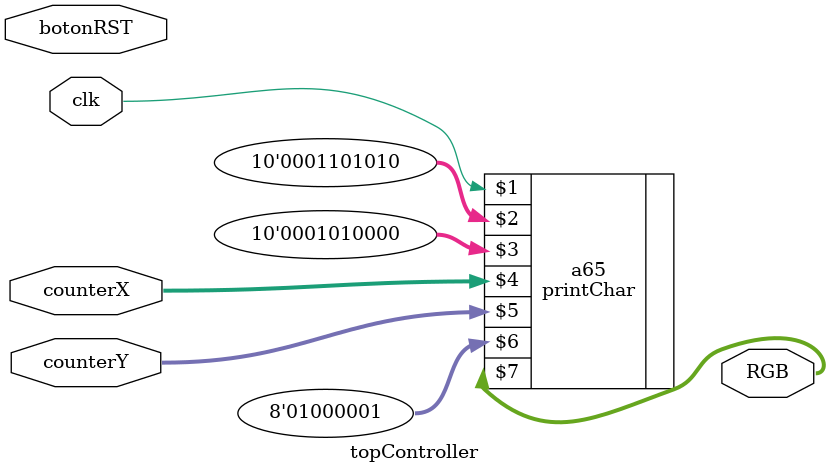
<source format=sv>
module topController 
			(
			 input logic clk, botonRST,  
			 input logic [12:0] counterX, counterY,
          output logic [23:0] RGB
			);
			
	logic [3:0] contador;
	
	logic [1:0] contSelect, contadorWrite;

	logic [23:0] rgb0, rgb1, rgb2, rgb3, rgb4, rgb5, rgb6, rgb7, rgb8;
			
	
	


			 
	//------------------------------print a --------------------------------------------//
	printChar a65 (clk, 10'd106, 10'd80, counterX, counterY, 8'h41, RGB);
	
																																	 
endmodule

</source>
